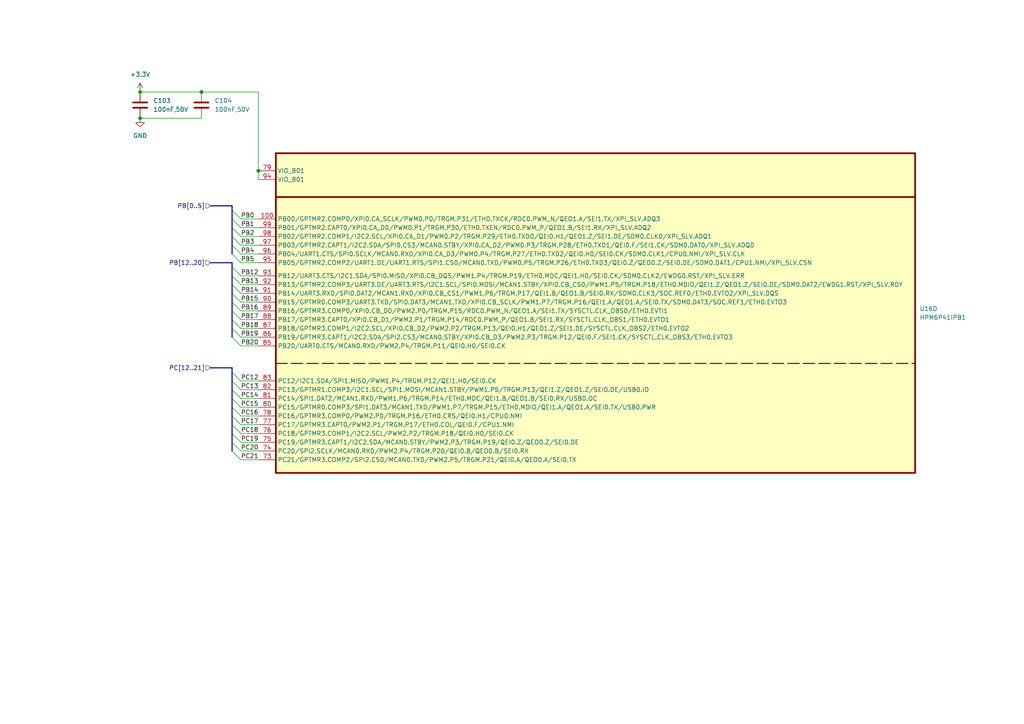
<source format=kicad_sch>
(kicad_sch (version 20250114) (generator "eeschema") (generator_version "9.0")
  (paper "A4")
  (title_block (title "HPM6P41_BuckBoost") (date "2025-05-05") (rev "4") (company "Author: Alipay"))
  (lib_symbols
    (symbol "Device:C" (pin_numbers (hide yes)) (pin_names (offset 0.254))
      (property "Reference" "C" (at 0.635 2.54 0))
      (property "Value" "C" (at 0.635 -2.54 0))
      (symbol "C_0_1"
        (polyline (pts (xy -2.032 0.762) (xy 2.032 0.762)) (stroke (width 0.508)))
        (polyline (pts (xy -2.032 -0.762) (xy 2.032 -0.762)) (stroke (width 0.508)))
      )
      (symbol "C_1_1"
        (pin passive line (at 0 3.81 270) (length 2.794) (name "~") (number "1"))
        (pin passive line (at 0 -3.81 90) (length 2.794) (name "~") (number "2"))
      )
    )
    (symbol "HPM6P00_Library:HPM6P41IPB1"
      (property "Reference" "U" (at 1.27 1.27 0))
      (property "Value" "HPM6P41IPB1" (at 10.16 1.27 0))
      (symbol "HPM6P41IPB1_1_1"
        (rectangle (start 0 0) (end 35.56 -66.04) (stroke (width 0.508)) (fill (type background)))
        (polyline (pts (xy 0 -41.275) (xy 35.56 -41.275)) (stroke (width 0.508)))
        (polyline (pts (xy 8.89 -6.35) (xy 14.605 -6.35) (xy 14.605 -10.16) (xy 13.97 -9.525) (xy 14.605 -10.16) (xy 15.24 -9.525)))
        (rectangle (start 10.16 -10.16) (end 17.78 -12.7))
        (polyline (pts (xy 15.24 -12.7) (xy 15.24 -17.78) (xy 9.525 -17.78) (xy 10.16 -17.145) (xy 9.525 -17.78) (xy 10.16 -18.415)))
        (text "DCDC_Domain" (at 10.16 -2.54 0) (effects (font (size 1.778 1.778))))
        (text "Analog_Domain" (at 11.43 -44.45 0) (effects (font (size 1.778 1.778))))
        (text "DCDC" (at 13.97 -11.43 0) (effects (font (size 1.27 1.27))))
        (pin power_in line (at -5.08 -6.35 0) (length 5.08) (name "DCDC_IN") (number "26"))
        (pin power_in line (at -5.08 -17.78 0) (length 5.08) (name "DCDC_LP") (number "27"))
        (pin power_in line (at -5.08 -24.13 0) (length 5.08) (name "DCDC_SNS") (number "31"))
        (pin power_in line (at -5.08 -31.75 0) (length 5.08) (name "DCDC_GND") (number "28"))
        (pin power_in line (at -5.08 -48.26 0) (length 5.08) (name "VANA") (number "41"))
        (pin power_in line (at -5.08 -57.15 0) (length 5.08) (name "VSSA") (number "39"))
        (pin power_out line (at 17.78 -71.12 90) (length 5.08) (name "PAD") (number "101"))
        (pin power_out line (at 40.64 -6.35 180) (length 5.08) (name "VDD_SOC") (number "5"))
        (pin power_out line (at 40.64 -10.16 180) (length 5.08) (name "VDD_SOC") (number "11"))
        (pin power_out line (at 40.64 -13.97 180) (length 5.08) (name "VDD_SOC") (number "50"))
        (pin power_out line (at 40.64 -17.78 180) (length 5.08) (name "VDD_SOC") (number "68"))
        (pin power_out line (at 40.64 -21.59 180) (length 5.08) (name "VDD_SOC") (number "72"))
        (pin power_out line (at 40.64 -25.4 180) (length 5.08) (name "VDD_SOC") (number "84"))
        (pin power_in line (at 40.64 -48.26 180) (length 5.08) (name "VREFH") (number "40"))
        (pin power_in line (at 40.64 -57.15 180) (length 5.08) (name "VREFL") (number "38"))
      )
      (symbol "HPM6P41IPB1_2_0"
        (polyline (pts (xy 7.62 -6.35) (xy 43.18 -6.35) (xy 42.164 -5.842) (xy 43.18 -6.35) (xy 42.164 -6.858)))
        (polyline (pts (xy 7.62 -11.43) (xy 43.18 -11.43) (xy 42.164 -10.922) (xy 43.18 -11.43) (xy 42.164 -11.938)))
        (polyline (pts (xy 50.8 -6.35) (xy 90.17 -6.35) (xy 89.154 -5.842) (xy 90.17 -6.35) (xy 89.154 -6.858)))
        (polyline (pts (xy 50.8 -11.43) (xy 91.44 -11.43) (xy 90.424 -10.922) (xy 91.44 -11.43) (xy 90.424 -11.938)))
      )
      (symbol "HPM6P41IPB1_2_1"
        (rectangle (start 0 0) (end 100.33 -33.02) (stroke (width 0.508)) (fill (type background)))
        (polyline (pts (xy 0 -16.51) (xy 100.33 -16.51)) (stroke (width 0.508)))
        (polyline (pts (xy 7.62 -6.35) (xy 7.62 -11.43)))
        (rectangle (start 44.45 -5.08) (end 49.53 -7.62))
        (rectangle (start 44.45 -10.16) (end 49.53 -12.7))
        (text "LDO" (at 46.99 -6.35 0) (effects (font (size 1.27 1.27))))
        (text "LDO" (at 46.99 -11.43 0) (effects (font (size 1.27 1.27))))
        (pin power_in line (at -5.08 -7.62 0) (length 5.08) (name "VPMC") (number "32"))
        (pin bidirectional line (at -5.08 -21.59 0) (length 5.08) (name "PY00/GPTMR3.COMP0/PWM2.P0/TRGM.P16/PGPIO.Y00/PURT.TXD/PTMR.COMP0") (number "33"))
        (pin bidirectional line (at -5.08 -24.13 0) (length 5.08) (name "PY01/GPTMR3.CAPT0/PWM2.P1/TRGM.P17/PGPIO.Y01/PURT.RXD/PTMR.COMP1") (number "34"))
        (pin bidirectional line (at -5.08 -26.67 0) (length 5.08) (name "PY02/GPTMR3.COMP1/I2C2.SCL/PWM2.P2/TRGM.P18/PGPIO.Y02/PURT.RTS/PTMR.COMP2") (number "35"))
        (pin bidirectional line (at -5.08 -29.21 0) (length 5.08) (name "PY03/GPTMR3.CAPT1/I2C2.SDA/MCAN0.STBY/PWM2.P3/TRGM.P19/PGPIO.Y03/PURT.CTS/PTMR.COMP3") (number "36"))
        (pin power_out line (at 105.41 -6.35 180) (length 5.08) (name "VPMCCAP") (number "37"))
        (pin power_out line (at 105.41 -11.43 180) (length 5.08) (name "OTPCAP") (number "17"))
      )
      (symbol "HPM6P41IPB1_3_1"
        (rectangle (start 0 0) (end 147.32 -67.31) (stroke (width 0.508)) (fill (type background)))
        (polyline (pts (xy 0 -10.16) (xy 147.32 -10.16)) (stroke (width 0.5)))
        (pin power_in line (at -5.08 -3.81 0) (length 5.08) (name "VIO_B00") (number "10"))
        (pin power_in line (at -5.08 -6.35 0) (length 5.08) (name "VIO_B00") (number "16"))
        (pin bidirectional line (at -5.08 -15.24 0) (length 5.08) (name "PA00/GPTMR1.COMP0/UART0.TXD/PWM0.P0/TRGM.P00/RDC0.PWM_N/QEO1.A/SEI1.TX/SYSCTL.CLK_OBS0/ETH0.EVTI0") (number "25"))
        (pin input line (at -5.08 -17.78 0) (length 5.08) (name "PA01/GPTMR1.CAPT0/UART0.RXD/PWM0.P1/TRGM.P01/RDC0.PWM_P/QEO1.B/SEI1.RX/SYSCTL.CLK_OBS1/ETH0.EVTO0") (number "24"))
        (pin bidirectional line (at -5.08 -20.32 0) (length 5.08) (name "PA02/GPTMR1.COMP1/UART0.DE/UART0.RTS/I2C2.SCL/PWM0.P2/TRGM.P02/QEI0.H1/QEO1.Z/SEI1.DE/SYSCTL.CLK_OBS2/ETH0.EVTI1") (number "23"))
        (pin bidirectional line (at -5.08 -22.86 0) (length 5.08) (name "PA03/GPTMR1.CAPT1/UART0.CTS/I2C2.SDA/SPI0.CS3/MCAN0.STBY/PWM0.P3/TRGM.P03/QEI0.F/SEI1.CK/SYSCTL.CLK_OBS3/ETH0.EVTO1") (number "22"))
        (pin bidirectional line (at -5.08 -25.4 0) (length 5.08) (name "PA04/UART1.CTS/SPI1.SCLK/MCAN0.RXD/PWM0.P4/TRGM.P04/QEI0.H0/SEI0.CK/JTAG.TDO") (number "15"))
        (pin bidirectional line (at -5.08 -27.94 0) (length 5.08) (name "PA05/GPTMR1.COMP2/UART1.DE/UART1.RTS/SPI1.CS0/MCAN0.TXD/PWM0.P5/TRGM.P05/ETH0.RXCK/QEI0.Z/QEO0.Z/SEI0.DE/JTAG.TDI") (number "14"))
        (pin bidirectional line (at -5.08 -30.48 0) (length 5.08) (name "PA06/GPTMR0.CAPT0/UART1.RXD/SPI1.MISO/PWM0.P6/TRGM.P06/ETH0.RXDV/QEI0.B/QEO0.B/SEI0.RX/JTAG.TCK") (number "13"))
        (pin bidirectional line (at -5.08 -33.02 0) (length 5.08) (name "PA07/GPTMR0.COMP0/UART1.TXD/SPI1.MOSI/PWM0.P7/TRGM.P07/ETH0.RXER/QEI0.A/QEO0.A/SEI0.TX/JTAG.TMS") (number "12"))
        (pin bidirectional line (at -5.08 -35.56 0) (length 5.08) (name "PA08/GPTMR0.COMP1/UART2.TXD/I2C0.SCL/SPI0.CS2/PWM1.P0/TRGM.P08/ETH0.RXD0/RDC0.PWM_N/QEO0.B/SEI1.TX/SDM0.CLK0/JTAG.TRST") (number "9"))
        (pin bidirectional line (at -5.08 -38.1 0) (length 5.08) (name "PA09/GPTMR0.CAPT1/UART2.RXD/I2C0.SDA/SPI0.CS1/XPI0.CA_DQS/PWM1.P1/TRGM.P09/ETH0.RXD1/RDC0.PWM_P/QEO0.A/SEI1.RX/SDM0.DAT0") (number "8"))
        (pin bidirectional line (at -5.08 -40.64 0) (length 5.08) (name "PA10/GPTMR0.COMP2/UART2.DE/UART2.RTS/SPI0.SCLK/XPI0.CA_CS0/PWM1.P2/TRGM.P10/ETH0.RXD2/QEI1.F/QEO0.Z/SEI1.DE/SDM0.CLK1/CPU0.NMI") (number "7"))
        (pin bidirectional line (at -5.08 -43.18 0) (length 5.08) (name "PA11/UART2.CTS/SPI0.CS0/XPI0.CA_CS1/PWM1.P3/TRGM.P11/ETH0.RXD3/QEI1.H1/SEI1.CK/SDM0.DAT1/CPU1.NMI") (number "6"))
        (pin bidirectional line (at -5.08 -45.72 0) (length 5.08) (name "PA12/UART3.CTS/I2C1.SDA/SPI0.MISO/PWM1.P4/TRGM.P12/ETH0.TXER/QEI1.H0/SEI0.CK/SDM0.CLK2") (number "4"))
        (pin bidirectional line (at -5.08 -48.26 0) (length 5.08) (name "PA13/GPTMR1.COMP3/UART3.DE/UART3.RTS/I2C1.SCL/SPI0.MOSI/MCAN1.STBY/PWM1.P5/TRGM.P13/QEI1.Z/QEO1.Z/SEI0.DE/SDM0.DAT2") (number "3"))
        (pin bidirectional line (at -5.08 -50.8 0) (length 5.08) (name "PA14/UART3.RXD/SPI0.DAT2/MCAN1.RXD/PWM1.P6/TRGM.P14/QEI1.B/QEO1.B/SEI0.RX/SDM0.CLK3/ETH0.EVTI0") (number "2"))
        (pin bidirectional line (at -5.08 -53.34 0) (length 5.08) (name "PA15/GPTMR0.COMP3/UART3.TXD/SPI0.DAT3/MCAN1.TXD/PWM1.P7/TRGM.P15/QEI1.A/QEO1.A/SEI0.TX/SDM0.DAT3/ETH0.EVTO0") (number "1"))
        (pin bidirectional line (at -5.08 -55.88 0) (length 5.08) (name "PA16/GPTMR3.COMP0/PWM2.P0/TRGM.P16/RDC0.PWM_N/QEO1.A/SEI1.TX") (number "21"))
        (pin bidirectional line (at -5.08 -58.42 0) (length 5.08) (name "PA17/GPTMR3.CAPT0/PWM2.P1/TRGM.P17/RDC0.PWM_P/QEO1.B/SEI1.RX") (number "20"))
        (pin bidirectional line (at -5.08 -60.96 0) (length 5.08) (name "PA18/GPTMR3.COMP1/I2C2.SCL/PWM2.P2/TRGM.P18/ETH0.MDC/QEI0.H1/QEO1.Z/SEI1.DE") (number "19"))
        (pin bidirectional line (at -5.08 -63.5 0) (length 5.08) (name "PA19/GPTMR3.CAPT1/I2C2.SDA/MCAN0.STBY/PWM2.P3/TRGM.P19/ETH0.MDIO/QEI0.F/SEI1.CK") (number "18"))
      )
      (symbol "HPM6P41IPB1_4_1"
        (rectangle (start 0 0) (end 185.42 -92.71) (stroke (width 0.508)) (fill (type background)))
        (polyline (pts (xy 0 -12.7) (xy 185.42 -12.7)) (stroke (width 0.5)))
        (polyline (pts (xy 0 -60.96) (xy 185.42 -60.96)) (stroke (width 0.3) (type dash)))
        (pin power_in line (at -5.08 -5.08 0) (length 5.08) (name "VIO_B01") (number "79"))
        (pin power_in line (at -5.08 -7.62 0) (length 5.08) (name "VIO_B01") (number "94"))
        (pin bidirectional line (at -5.08 -19.05 0) (length 5.08) (name "PB00/GPTMR2.COMP0/XPI0.CA_SCLK/PWM0.P0/TRGM.P31/ETH0.TXCK/RDC0.PWM_N/QEO1.A/SEI1.TX/XPI_SLV.ADQ3") (number "100"))
        (pin bidirectional line (at -5.08 -21.59 0) (length 5.08) (name "PB01/GPTMR2.CAPT0/XPI0.CA_D0/PWM0.P1/TRGM.P30/ETH0.TXEN/RDC0.PWM_P/QEO1.B/SEI1.RX/XPI_SLV.ADQ2") (number "99"))
        (pin bidirectional line (at -5.08 -24.13 0) (length 5.08) (name "PB02/GPTMR2.COMP1/I2C2.SCL/XPI0.CA_D1/PWM0.P2/TRGM.P29/ETH0.TXD0/QEI0.H1/QEO1.Z/SEI1.DE/SDM0.CLK0/XPI_SLV.ADQ1") (number "98"))
        (pin bidirectional line (at -5.08 -26.67 0) (length 5.08) (name "PB03/GPTMR2.CAPT1/I2C2.SDA/SPI0.CS3/MCAN0.STBY/XPI0.CA_D2/PWM0.P3/TRGM.P28/ETH0.TXD1/QEI0.F/SEI1.CK/SDM0.DAT0/XPI_SLV.ADQ0") (number "97"))
        (pin bidirectional line (at -5.08 -29.21 0) (length 5.08) (name "PB04/UART1.CTS/SPI0.SCLK/MCAN0.RXD/XPI0.CA_D3/PWM0.P4/TRGM.P27/ETH0.TXD2/QEI0.H0/SEI0.CK/SDM0.CLK1/CPU0.NMI/XPI_SLV.CLK") (number "96"))
        (pin bidirectional line (at -5.08 -31.75 0) (length 5.08) (name "PB05/GPTMR2.COMP2/UART1.DE/UART1.RTS/SPI1.CS0/MCAN0.TXD/PWM0.P5/TRGM.P26/ETH0.TXD3/QEI0.Z/QEO0.Z/SEI0.DE/SDM0.DAT1/CPU1.NMI/XPI_SLV.CSN") (number "95"))
        (pin bidirectional line (at -5.08 -35.56 0) (length 5.08) (name "PB12/UART3.CTS/I2C1.SDA/SPI0.MISO/XPI0.CB_DQS/PWM1.P4/TRGM.P19/ETH0.MDC/QEI1.H0/SEI0.CK/SDM0.CLK2/EWDG0.RST/XPI_SLV.ERR") (number "93"))
        (pin bidirectional line (at -5.08 -38.1 0) (length 5.08) (name "PB13/GPTMR2.COMP3/UART3.DE/UART3.RTS/I2C1.SCL/SPI0.MOSI/MCAN1.STBY/XPI0.CB_CS0/PWM1.P5/TRGM.P18/ETH0.MDIO/QEI1.Z/QEO1.Z/SEI0.DE/SDM0.DAT2/EWDG1.RST/XPI_SLV.RDY") (number "92"))
        (pin bidirectional line (at -5.08 -40.64 0) (length 5.08) (name "PB14/UART3.RXD/SPI0.DAT2/MCAN1.RXD/XPI0.CB_CS1/PWM1.P6/TRGM.P17/QEI1.B/QEO1.B/SEI0.RX/SDM0.CLK3/SOC.REF0/ETH0.EVTO2/XPI_SLV.DQS") (number "91"))
        (pin bidirectional line (at -5.08 -43.18 0) (length 5.08) (name "PB15/GPTMR0.COMP3/UART3.TXD/SPI0.DAT3/MCAN1.TXD/XPI0.CB_SCLK/PWM1.P7/TRGM.P16/QEI1.A/QEO1.A/SEI0.TX/SDM0.DAT3/SOC.REF1/ETH0.EVTO3") (number "90"))
        (pin bidirectional line (at -5.08 -45.72 0) (length 5.08) (name "PB16/GPTMR3.COMP0/XPI0.CB_D0/PWM2.P0/TRGM.P15/RDC0.PWM_N/QEO1.A/SEI1.TX/SYSCTL.CLK_OBS0/ETH0.EVTI1") (number "89"))
        (pin bidirectional line (at -5.08 -48.26 0) (length 5.08) (name "PB17/GPTMR3.CAPT0/XPI0.CB_D1/PWM2.P1/TRGM.P14/RDC0.PWM_P/QEO1.B/SEI1.RX/SYSCTL.CLK_OBS1/ETH0.EVTO1") (number "88"))
        (pin bidirectional line (at -5.08 -50.8 0) (length 5.08) (name "PB18/GPTMR3.COMP1/I2C2.SCL/XPI0.CB_D2/PWM2.P2/TRGM.P13/QEI0.H1/QEO1.Z/SEI1.DE/SYSCTL.CLK_OBS2/ETH0.EVTO2") (number "87"))
        (pin bidirectional line (at -5.08 -53.34 0) (length 5.08) (name "PB19/GPTMR3.CAPT1/I2C2.SDA/SPI2.CS3/MCAN0.STBY/XPI0.CB_D3/PWM2.P3/TRGM.P12/QEI0.F/SEI1.CK/SYSCTL.CLK_OBS3/ETH0.EVTO3") (number "86"))
        (pin bidirectional line (at -5.08 -55.88 0) (length 5.08) (name "PB20/UART0.CTS/MCAN0.RXD/PWM2.P4/TRGM.P11/QEI0.H0/SEI0.CK") (number "85"))
        (pin bidirectional line (at -5.08 -66.04 0) (length 5.08) (name "PC12/I2C1.SDA/SPI1.MISO/PWM1.P4/TRGM.P12/QEI1.H0/SEI0.CK") (number "83"))
        (pin bidirectional line (at -5.08 -68.58 0) (length 5.08) (name "PC13/GPTMR1.COMP3/I2C1.SCL/SPI1.MOSI/MCAN1.STBY/PWM1.P5/TRGM.P13/QEI1.Z/QEO1.Z/SEI0.DE/USB0.ID") (number "82"))
        (pin bidirectional line (at -5.08 -71.12 0) (length 5.08) (name "PC14/SPI1.DAT2/MCAN1.RXD/PWM1.P6/TRGM.P14/ETH0.MDC/QEI1.B/QEO1.B/SEI0.RX/USB0.OC") (number "81"))
        (pin bidirectional line (at -5.08 -73.66 0) (length 5.08) (name "PC15/GPTMR0.COMP3/SPI1.DAT3/MCAN1.TXD/PWM1.P7/TRGM.P15/ETH0.MDIO/QEI1.A/QEO1.A/SEI0.TX/USB0.PWR") (number "80"))
        (pin bidirectional line (at -5.08 -76.2 0) (length 5.08) (name "PC16/GPTMR3.COMP0/PWM2.P0/TRGM.P16/ETH0.CRS/QEI0.H1/CPU0.NMI") (number "78"))
        (pin bidirectional line (at -5.08 -78.74 0) (length 5.08) (name "PC17/GPTMR3.CAPT0/PWM2.P1/TRGM.P17/ETH0.COL/QEI0.F/CPU1.NMI") (number "77"))
        (pin bidirectional line (at -5.08 -81.28 0) (length 5.08) (name "PC18/GPTMR3.COMP1/I2C2.SCL/PWM2.P2/TRGM.P18/QEI0.H0/SEI0.CK") (number "76"))
        (pin bidirectional line (at -5.08 -83.82 0) (length 5.08) (name "PC19/GPTMR3.CAPT1/I2C2.SDA/MCAN0.STBY/PWM2.P3/TRGM.P19/QEI0.Z/QEO0.Z/SEI0.DE") (number "75"))
        (pin bidirectional line (at -5.08 -86.36 0) (length 5.08) (name "PC20/SPI2.SCLK/MCAN0.RXD/PWM2.P4/TRGM.P20/QEI0.B/QEO0.B/SEI0.RX") (number "74"))
        (pin bidirectional line (at -5.08 -88.9 0) (length 5.08) (name "PC21/GPTMR3.COMP2/SPI2.CS0/MCAN0.TXD/PWM2.P5/TRGM.P21/QEI0.A/QEO0.A/SEI0.TX") (number "73"))
      )
      (symbol "HPM6P41IPB1_5_1"
        (rectangle (start 0 0) (end 196.85 -77.47) (stroke (width 0.508)) (fill (type background)))
        (polyline (pts (xy 0 -10.16) (xy 196.85 -10.16)) (stroke (width 0.5)))
        (pin power_in line (at -5.08 -5.08 0) (length 5.08) (name "VIO_B02") (number "55"))
        (pin bidirectional line (at -5.08 -15.24 0) (length 5.08) (name "PD00/GPTMR1.COMP0/SPI2.SCLK/TRGM.P00/ETH0.RXCK/QEI1.H1/SDM0.CLK0/ADC0.IN00/ADC1.IN00/ACMP0.INN1/ACMP1.INN1/ACMP2.INN1/ACMP3.INN1") (number "66"))
        (pin bidirectional line (at -5.08 -17.78 0) (length 5.08) (name "PD01/GPTMR1.CAPT0/SPI2.MISO/TRGM.P01/ETH0.RXDV/QEI1.F/SDM0.DAT0/ADC0.IN01/ADC1.IN01/ACMP0.INP1/ACMP1.INP1/ACMP2.INP1/ACMP3.INP1") (number "65"))
        (pin bidirectional line (at -5.08 -20.32 0) (length 5.08) (name "PD02/GPTMR1.COMP1/I2C2.SCL/SPI2.MOSI/TRGM.P02/ETH0.RXER/QEI1.H0/SEI0.CK/SDM0.CLK1/ADC0.IN02/ADC1.IN02/ACMP0.INN2/ACMP1.INN2/ACMP2.INN2/ACMP3.INN2") (number "64"))
        (pin bidirectional line (at -5.08 -22.86 0) (length 5.08) (name "PD03/GPTMR1.CAPT1/I2C2.SDA/SPI2.DAT2/MCAN0.STBY/TRGM.P03/ETH0.RXD0/QEI1.Z/QEO1.Z/SEI0.DE/SDM0.DAT1/ADC0.IN03/ADC1.IN03/ACMP0.INP2/ACMP1.INP2/ACMP2.INP2/ACMP3.INP2") (number "63"))
        (pin bidirectional line (at -5.08 -25.4 0) (length 5.08) (name "PD04/UART1.CTS/SPI2.DAT3/MCAN0.RXD/TRGM.P04/ETH0.RXD1/QEI1.A/QEO1.B/SEI0.RX/SDM0.CLK2/ADC0.IN04/ADC1.IN04/ACMP0.INN3/ACMP1.INN3/ACMP2.INN3/ACMP3.INN3") (number "62"))
        (pin bidirectional line (at -5.08 -27.94 0) (length 5.08) (name "PD05/GPTMR1.COMP2/UART1.DE/UART1.RTS/SPI2.CS0/MCAN0.TXD/TRGM.P05/ETH0.RXD2/QEI1.B/QEO1.A/SEI0.TX/SDM0.DAT2/ADC0.IN05/ADC1.IN05/ACMP0.INP3/ACMP1.INP3/ACMP2.INP3/ACMP3.INP3") (number "61"))
        (pin bidirectional line (at -5.08 -30.48 0) (length 5.08) (name "PD06/GPTMR0.CAPT0/UART1.RXD/SPI2.CS2/TRGM.P06/ETH0.RXD3/SDM0.CLK3/ADC0.IN06/ADC1.IN06/ACMP0.INN4/ACMP1.INN4/ACMP2.INN4/ACMP3.INN4") (number "60"))
        (pin bidirectional line (at -5.08 -33.02 0) (length 5.08) (name "PD07/GPTMR0.COMP0/UART1.TXD/SPI2.CS1/TRGM.P07/ETH0.TXER/SDM0.DAT3/ADC0.IN07/ADC1.IN07/DAC0.OUT/ACMP0.INP4/ACMP1.INP4/ACMP2.INP4/ACMP3.INP4") (number "59"))
        (pin bidirectional line (at -5.08 -35.56 0) (length 5.08) (name "PD08/GPTMR0.COMP1/UART2.TXD/I2C0.SCL/SPI2.CS3/PWM1.P0/TRGM.P08/ADC0.IN08/ADC1.IN08/ACMP0.INN5/ACMP1.INN5/ACMP2.INN5/ACMP3.INN5") (number "58"))
        (pin bidirectional line (at -5.08 -38.1 0) (length 5.08) (name "PD09/GPTMR0.CAPT1/UART2.RXD/I2C0.SDA/PWM1.P1/TRGM.P09/ADC0.IN09/ADC1.IN09/ACMP0.INP5/ACMP1.INP5/ACMP2.INP5/ACMP3.INP5") (number "57"))
        (pin bidirectional line (at -5.08 -40.64 0) (length 5.08) (name "PD10/GPTMR0.COMP2/UART2.DE/UART2.RTS/SPI0.SCLK/PWM1.P2/TRGM.P10/ETH0.EVTI0/ADC0.IN10/ADC1.IN10/ACMP0.INN6/ACMP1.INN6/ACMP2.INN6/ACMP3.INN6") (number "56"))
        (pin bidirectional line (at -5.08 -45.72 0) (length 5.08) (name "PD16/GPTMR3.COMP0/PWM2.P0/TRGM.P16/ETH0.TXCK/QEI0.H1/ADC2.IN00/ACMP4.INN1/ACMP5.INN1/ACMP6.INN1/ACMP7.INN1") (number "54"))
        (pin bidirectional line (at -5.08 -48.26 0) (length 5.08) (name "PD17/GPTMR3.CAPT0/PWM2.P1/TRGM.P17/ETH0.TXEN/QEI0.F/ADC2.IN01/DAC1.OUT/ACMP4.INP1/ACMP5.INP1/ACMP6.INP1/ACMP7.INP1") (number "53"))
        (pin bidirectional line (at -5.08 -50.8 0) (length 5.08) (name "PD18/GPTMR3.COMP1/I2C2.SCL/PWM2.P2/TRGM.P18/ETH0.TXD0/QEI0.H0/SEI0.CK/ADC2.IN02/ACMP4.INN2/ACMP5.INN2/ACMP6.INN2/ACMP7.INN2") (number "52"))
        (pin bidirectional line (at -5.08 -53.34 0) (length 5.08) (name "PD19/GPTMR3.CAPT1/I2C2.SDA/MCAN0.STBY/PWM2.P3/TRGM.P19/ETH0.TXD1/QEI0.Z/QEO0.Z/SEI0.DE/ADC2.IN03/ACMP4.INP2/ACMP5.INP2/ACMP6.INP2/ACMP7.INP2") (number "51"))
        (pin bidirectional line (at -5.08 -55.88 0) (length 5.08) (name "PD20/MCAN0.RXD/PWM2.P4/TRGM.P20/ETH0.TXD2/QEI0.B/QEO0.B/SEI0.RX/ADC2.IN04/ACMP4.INN3/ACMP5.INN3/ACMP6.INN3/ACMP7.INN3") (number "49"))
        (pin bidirectional line (at -5.08 -58.42 0) (length 5.08) (name "PD21/GPTMR3.COMP2/MCAN0.TXD/PWM2.P5/TRGM.P21/ETH0.TXD3/QEI0.A/QEO0.A/SEI0.TX/ADC2.IN05/ACMP4.INP3/ACMP5.INP3/ACMP6.INP3/ACMP7.INP3") (number "48"))
        (pin bidirectional line (at -5.08 -60.96 0) (length 5.08) (name "PD22/GPTMR2.CAPT0/PWM2.P6/TRGM.P22/QEI1.F/ADC2.IN06/ACMP4.INN4/ACMP5.INN4/ACMP6.INN4/ACMP7.INN4") (number "47"))
        (pin bidirectional line (at -5.08 -63.5 0) (length 5.08) (name "PD23/GPTMR2.COMP0/PWM2.P7/TRGM.P23/QEI1.H1/USB0.ID/ADC2.IN07/ACMP4.INP4/ACMP5.INP4/ACMP6.INP4/ACMP7.INP4") (number "46"))
        (pin bidirectional line (at -5.08 -66.04 0) (length 5.08) (name "PD24/GPTMR2.COMP1/I2C0.SCL/PWM0.P0/TRGM.P24/QEI1.H0/SEI0.CK/USB0.OC/ADC2.IN08/ACMP4.INN5/ACMP5.INN5/ACMP6.INN5/ACMP7.INN5") (number "45"))
        (pin bidirectional line (at -5.08 -68.58 0) (length 5.08) (name "PD25/GPTMR2.CAPT1/I2C0.SDA/PWM0.P1/TRGM.P25/QEI1.Z/QEO1.Z/SEI0.DE/USB0.PWR/ADC2.IN09/ACMP4.INP5/ACMP5.INP5/ACMP6.INP5/ACMP7.INP5") (number "44"))
        (pin bidirectional line (at -5.08 -71.12 0) (length 5.08) (name "PD26/GPTMR2.COMP2/SPI1.SCLK/PWM0.P2/TRGM.P26/QEI1.B/QEO1.B/SEI0.RX/ADC2.IN10/ACMP4.INN6/ACMP5.INN6/ACMP6.INN6/ACMP7.INN6") (number "43"))
        (pin bidirectional line (at -5.08 -73.66 0) (length 5.08) (name "PD27/SPI1.CS0/PWM0.P3/TRGM.P27/QEI1.A/QEO1.A/SEI0.TX/ADC2.IN11/ACMP4.INP6/ACMP5.INP6/ACMP6.INP6/ACMP7.INP6") (number "42"))
      )
      (symbol "HPM6P41IPB1_6_1"
        (rectangle (start 0 0) (end 35.56 -33.02) (stroke (width 0.508)) (fill (type background)))
        (polyline (pts (xy 0 -16.51) (xy 35.56 -16.51)) (stroke (width 0.5)))
        (pin input line (at -5.08 -5.08 0) (length 5.08) (name "XTALI") (number "71"))
        (pin output line (at -5.08 -11.43 0) (length 5.08) (name "XTALO") (number "70"))
        (pin power_in line (at -5.08 -21.59 0) (length 5.08) (name "VBUS") (number "69"))
        (pin power_in line (at -5.08 -26.67 0) (length 5.08) (name "VPLLVUSB") (number "67"))
        (pin input line (at 40.64 -5.08 180) (length 5.08) (name "RESET") (number "29"))
        (pin input line (at 40.64 -11.43 180) (length 5.08) (name "WAKEUP") (number "30"))
      )
    )
    (symbol "power:+3.3V" (power) (pin_numbers (hide yes)) (pin_names (offset 0) (hide yes))
      (property "Value" "+3.3V" (at 0 3.556 0))
      (symbol "+3.3V_0_1"
        (polyline (pts (xy -0.762 1.27) (xy 0 2.54)))
        (polyline (pts (xy 0 2.54) (xy 0.762 1.27)))
        (polyline (pts (xy 0 0) (xy 0 2.54)))
      )
      (symbol "+3.3V_1_1"
        (pin power_in line (at 0 0 90) (length 0) (name "~") (number "1"))
      )
    )
    (symbol "power:GND" (power) (pin_numbers (hide yes)) (pin_names (offset 0) (hide yes))
      (property "Value" "GND" (at 0 -3.81 0))
      (symbol "GND_0_1"
        (polyline (pts (xy 0 0) (xy 0 -1.27) (xy 1.27 -1.27) (xy 0 -2.54) (xy -1.27 -1.27) (xy 0 -1.27)))
      )
      (symbol "GND_1_1"
        (pin power_in line (at 0 0 270) (length 0) (name "~") (number "1"))
      )
    )
  )
  (junction (at 74.93 49.53))
  (junction (at 40.64 26.67))
  (junction (at 40.64 34.29))
  (junction (at 58.42 26.67))
  (bus_entry (at 67.31 115.57) (size 2.54 2.54))
  (bus_entry (at 67.31 77.47) (size 2.54 2.54))
  (bus_entry (at 67.31 97.79) (size 2.54 2.54))
  (bus_entry (at 67.31 123.19) (size 2.54 2.54))
  (bus_entry (at 67.31 60.96) (size 2.54 2.54))
  (bus_entry (at 67.31 80.01) (size 2.54 2.54))
  (bus_entry (at 67.31 85.09) (size 2.54 2.54))
  (bus_entry (at 67.31 92.71) (size 2.54 2.54))
  (bus_entry (at 67.31 125.73) (size 2.54 2.54))
  (bus_entry (at 67.31 68.58) (size 2.54 2.54))
  (bus_entry (at 67.31 87.63) (size 2.54 2.54))
  (bus_entry (at 67.31 120.65) (size 2.54 2.54))
  (bus_entry (at 67.31 90.17) (size 2.54 2.54))
  (bus_entry (at 67.31 128.27) (size 2.54 2.54))
  (bus_entry (at 67.31 95.25) (size 2.54 2.54))
  (bus_entry (at 67.31 73.66) (size 2.54 2.54))
  (bus_entry (at 67.31 110.49) (size 2.54 2.54))
  (bus_entry (at 67.31 63.5) (size 2.54 2.54))
  (bus_entry (at 67.31 130.81) (size 2.54 2.54))
  (bus_entry (at 67.31 66.04) (size 2.54 2.54))
  (bus_entry (at 67.31 82.55) (size 2.54 2.54))
  (bus_entry (at 67.31 118.11) (size 2.54 2.54))
  (bus_entry (at 67.31 113.03) (size 2.54 2.54))
  (bus_entry (at 67.31 107.95) (size 2.54 2.54))
  (bus_entry (at 67.31 71.12) (size 2.54 2.54))
  (wire (pts (xy 74.93 95.25) (xy 69.85 95.25)))
  (wire (pts (xy 74.93 123.19) (xy 69.85 123.19)))
  (bus (pts (xy 67.31 66.04) (xy 67.31 63.5)))
  (bus (pts (xy 67.31 120.65) (xy 67.31 118.11)))
  (bus (pts (xy 67.31 95.25) (xy 67.31 92.71)))
  (bus (pts (xy 67.31 80.01) (xy 67.31 77.47)))
  (bus (pts (xy 67.31 110.49) (xy 67.31 107.95)))
  (wire (pts (xy 40.64 26.67) (xy 58.42 26.67)))
  (wire (pts (xy 74.93 133.35) (xy 69.85 133.35)))
  (wire (pts (xy 74.93 80.01) (xy 69.85 80.01)))
  (wire (pts (xy 74.93 125.73) (xy 69.85 125.73)))
  (bus (pts (xy 67.31 87.63) (xy 67.31 85.09)))
  (wire (pts (xy 74.93 76.2) (xy 69.85 76.2)))
  (wire (pts (xy 74.93 120.65) (xy 69.85 120.65)))
  (wire (pts (xy 74.93 113.03) (xy 69.85 113.03)))
  (wire (pts (xy 74.93 87.63) (xy 69.85 87.63)))
  (bus (pts (xy 60.96 106.68) (xy 67.31 106.68)))
  (bus (pts (xy 67.31 85.09) (xy 67.31 82.55)))
  (wire (pts (xy 74.93 66.04) (xy 69.85 66.04)))
  (bus (pts (xy 67.31 63.5) (xy 67.31 60.96)))
  (wire (pts (xy 74.93 49.53) (xy 74.93 52.07)))
  (bus (pts (xy 67.31 123.19) (xy 67.31 120.65)))
  (wire (pts (xy 74.93 110.49) (xy 69.85 110.49)))
  (wire (pts (xy 74.93 82.55) (xy 69.85 82.55)))
  (wire (pts (xy 74.93 85.09) (xy 69.85 85.09)))
  (wire (pts (xy 74.93 130.81) (xy 69.85 130.81)))
  (wire (pts (xy 74.93 71.12) (xy 69.85 71.12)))
  (bus (pts (xy 60.96 59.69) (xy 67.31 59.69)))
  (wire (pts (xy 74.93 97.79) (xy 69.85 97.79)))
  (bus (pts (xy 67.31 90.17) (xy 67.31 87.63)))
  (bus (pts (xy 67.31 82.55) (xy 67.31 80.01)))
  (wire (pts (xy 74.93 128.27) (xy 69.85 128.27)))
  (bus (pts (xy 67.31 115.57) (xy 67.31 113.03)))
  (wire (pts (xy 74.93 100.33) (xy 69.85 100.33)))
  (bus (pts (xy 67.31 77.47) (xy 67.31 76.2)))
  (bus (pts (xy 60.96 76.2) (xy 67.31 76.2)))
  (bus (pts (xy 67.31 71.12) (xy 67.31 68.58)))
  (bus (pts (xy 67.31 68.58) (xy 67.31 66.04)))
  (wire (pts (xy 74.93 73.66) (xy 69.85 73.66)))
  (wire (pts (xy 74.93 68.58) (xy 69.85 68.58)))
  (bus (pts (xy 67.31 118.11) (xy 67.31 115.57)))
  (wire (pts (xy 74.93 118.11) (xy 69.85 118.11)))
  (wire (pts (xy 74.93 26.67) (xy 74.93 49.53)))
  (wire (pts (xy 74.93 115.57) (xy 69.85 115.57)))
  (bus (pts (xy 67.31 97.79) (xy 67.31 95.25)))
  (bus (pts (xy 67.31 113.03) (xy 67.31 110.49)))
  (wire (pts (xy 58.42 26.67) (xy 74.93 26.67)))
  (bus (pts (xy 67.31 125.73) (xy 67.31 123.19)))
  (wire (pts (xy 40.64 34.29) (xy 58.42 34.29)))
  (bus (pts (xy 67.31 107.95) (xy 67.31 106.68)))
  (bus (pts (xy 67.31 130.81) (xy 67.31 128.27)))
  (bus (pts (xy 67.31 128.27) (xy 67.31 125.73)))
  (wire (pts (xy 74.93 90.17) (xy 69.85 90.17)))
  (bus (pts (xy 67.31 92.71) (xy 67.31 90.17)))
  (bus (pts (xy 67.31 73.66) (xy 67.31 71.12)))
  (wire (pts (xy 74.93 63.5) (xy 69.85 63.5)))
  (bus (pts (xy 67.31 60.96) (xy 67.31 59.69)))
  (wire (pts (xy 74.93 92.71) (xy 69.85 92.71)))
  (label "PB2" (at 69.85 68.58 0))
  (label "PC19" (at 69.85 128.27 0))
  (label "PC14" (at 69.85 115.57 0))
  (label "PC20" (at 69.85 130.81 0))
  (label "PC17" (at 69.85 123.19 0))
  (label "PB16" (at 69.85 90.17 0))
  (label "PB13" (at 69.85 82.55 0))
  (label "PB20" (at 69.85 100.33 0))
  (label "PB0" (at 69.85 63.5 0))
  (label "PB17" (at 69.85 92.71 0))
  (label "PB4" (at 69.85 73.66 0))
  (label "PB12" (at 69.85 80.01 0))
  (label "PC15" (at 69.85 118.11 0))
  (label "PC18" (at 69.85 125.73 0))
  (label "PB15" (at 69.85 87.63 0))
  (label "PB18" (at 69.85 95.25 0))
  (label "PB5" (at 69.85 76.2 0))
  (label "PB1" (at 69.85 66.04 0))
  (label "PB19" (at 69.85 97.79 0))
  (label "PC12" (at 69.85 110.49 0))
  (label "PC21" (at 69.85 133.35 0))
  (label "PB14" (at 69.85 85.09 0))
  (label "PB3" (at 69.85 71.12 0))
  (label "PC13" (at 69.85 113.03 0))
  (label "PC16" (at 69.85 120.65 0))
  (hierarchical_label "PB[0..5]" (shape input) (at 60.96 59.69 180))
  (hierarchical_label "PB[12..20]" (shape input) (at 60.96 76.2 180))
  (hierarchical_label "PC[12..21]" (shape input) (at 60.96 106.68 180))
  (symbol (lib_id "Device:C") (at 58.42 30.48 0) (unit 1)
    (property "Reference" "C104" (at 62.23 29.2099 0) (effects (justify left)))
    (property "Value" "100nF,50V" (at 62.23 31.7499 0) (effects (justify left)))
    (property "Footprint" "Capacitor_SMD:C_0603_1608Metric" (effects (hide yes)))
    (property "Description" "Unpolarized capacitor" (effects (hide yes)))
  )
  (symbol (lib_id "power:+3.3V") (at 40.64 26.67 0) (unit 1)
    (property "Reference" "#PWR0194" (effects (hide yes)))
    (property "Value" "+3.3V" (at 40.64 21.59 0))
    (property "Description" "Power symbol creates a global label with name \"+3.3V\"" (effects (hide yes)))
  )
  (symbol (lib_id "HPM6P00_Library:HPM6P41IPB1") (at 80.01 44.45 0) (unit 4)
    (property "Reference" "U16" (at 266.7 89.5349 0) (effects (justify left)))
    (property "Value" "HPM6P41IPB1" (at 266.7 92.0749 0) (effects (justify left)))
    (property "Footprint" "HPM_footprints:LQFP-100_14x14mm_P0.5mm_EP5.0x5.0mm" (effects (hide yes)))
    (property "Description" "eLQFP100" (effects (hide yes)))
  )
  (symbol (lib_id "power:GND") (at 40.64 34.29 0) (unit 1)
    (property "Reference" "#PWR0195" (effects (hide yes)))
    (property "Value" "GND" (at 40.64 39.37 0))
    (property "Description" "Power symbol creates a global label with name \"GND\" , ground" (effects (hide yes)))
  )
  (symbol (lib_id "Device:C") (at 40.64 30.48 0) (unit 1)
    (property "Reference" "C103" (at 44.45 29.2099 0) (effects (justify left)))
    (property "Value" "100nF,50V" (at 44.45 31.7499 0) (effects (justify left)))
    (property "Footprint" "Capacitor_SMD:C_0603_1608Metric" (effects (hide yes)))
    (property "Description" "Unpolarized capacitor" (effects (hide yes)))
  )
)
</source>
